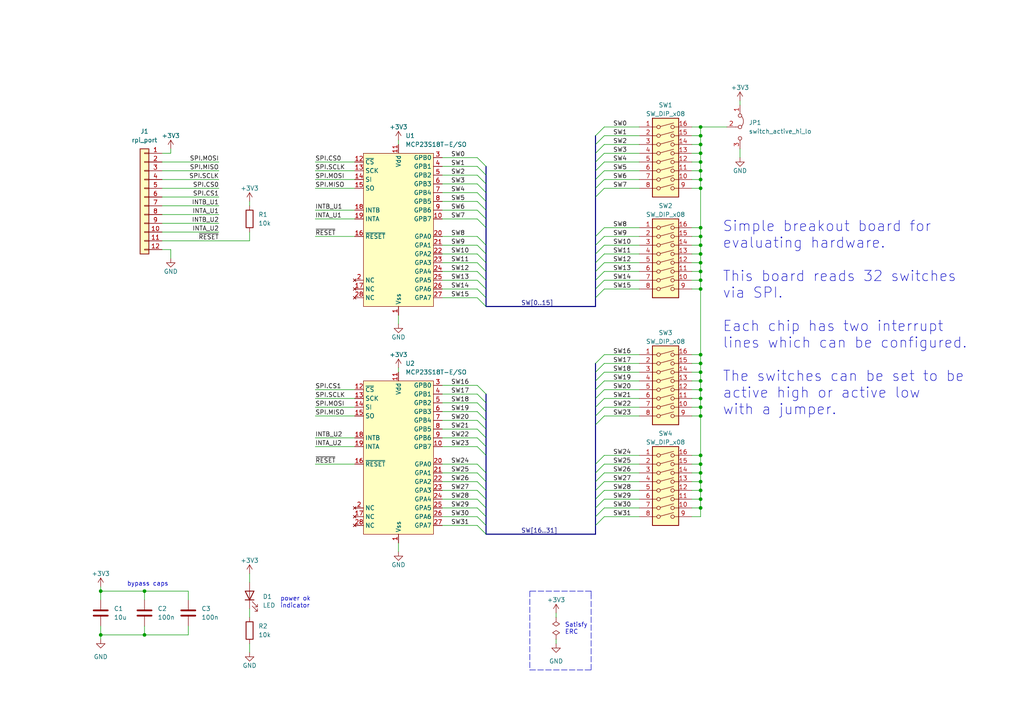
<source format=kicad_sch>
(kicad_sch (version 20211123) (generator eeschema)
  (paper "A4")
  (title_block (title "Switch Mux Breakout Board") (date "2022-01-21") (rev "0") (comment 2 "SPI switch mux") (comment 3 "Breakout board for prototyping functionality") (comment 4 "Drawn by: Jordan Aceto"))
  (lib_symbols
    (symbol "Connector_Generic:Conn_01x12" (pin_names (offset 1.016) hide)
      (property "Reference" "J" (at 0 15.24 0))
      (property "Value" "Conn_01x12" (at 0 -17.78 0))
      (symbol "Conn_01x12_1_1"
        (rectangle (start -1.27 -15.113) (end 0 -15.367) (stroke (width 0.1524)))
        (rectangle (start -1.27 -12.573) (end 0 -12.827) (stroke (width 0.1524)))
        (rectangle (start -1.27 -10.033) (end 0 -10.287) (stroke (width 0.1524)))
        (rectangle (start -1.27 -7.493) (end 0 -7.747) (stroke (width 0.1524)))
        (rectangle (start -1.27 -4.953) (end 0 -5.207) (stroke (width 0.1524)))
        (rectangle (start -1.27 -2.413) (end 0 -2.667) (stroke (width 0.1524)))
        (rectangle (start -1.27 0.127) (end 0 -0.127) (stroke (width 0.1524)))
        (rectangle (start -1.27 2.667) (end 0 2.413) (stroke (width 0.1524)))
        (rectangle (start -1.27 5.207) (end 0 4.953) (stroke (width 0.1524)))
        (rectangle (start -1.27 7.747) (end 0 7.493) (stroke (width 0.1524)))
        (rectangle (start -1.27 10.287) (end 0 10.033) (stroke (width 0.1524)))
        (rectangle (start -1.27 12.827) (end 0 12.573) (stroke (width 0.1524)))
        (rectangle (start -1.27 13.97) (end 1.27 -16.51) (stroke (width 0.254)) (fill (type background)))
        (pin passive line (at -5.08 12.7 0) (length 3.81) (name "Pin_1") (number "1"))
        (pin passive line (at -5.08 -10.16 0) (length 3.81) (name "Pin_10") (number "10"))
        (pin passive line (at -5.08 -12.7 0) (length 3.81) (name "Pin_11") (number "11"))
        (pin passive line (at -5.08 -15.24 0) (length 3.81) (name "Pin_12") (number "12"))
        (pin passive line (at -5.08 10.16 0) (length 3.81) (name "Pin_2") (number "2"))
        (pin passive line (at -5.08 7.62 0) (length 3.81) (name "Pin_3") (number "3"))
        (pin passive line (at -5.08 5.08 0) (length 3.81) (name "Pin_4") (number "4"))
        (pin passive line (at -5.08 2.54 0) (length 3.81) (name "Pin_5") (number "5"))
        (pin passive line (at -5.08 0 0) (length 3.81) (name "Pin_6") (number "6"))
        (pin passive line (at -5.08 -2.54 0) (length 3.81) (name "Pin_7") (number "7"))
        (pin passive line (at -5.08 -5.08 0) (length 3.81) (name "Pin_8") (number "8"))
        (pin passive line (at -5.08 -7.62 0) (length 3.81) (name "Pin_9") (number "9"))
      )
    )
    (symbol "Device:C" (pin_numbers hide) (pin_names (offset 0.254))
      (property "Reference" "C" (at 0.635 2.54 0))
      (property "Value" "C" (at 0.635 -2.54 0))
      (symbol "C_0_1"
        (polyline (pts (xy -2.032 -0.762) (xy 2.032 -0.762)) (stroke (width 0.508)))
        (polyline (pts (xy -2.032 0.762) (xy 2.032 0.762)) (stroke (width 0.508)))
      )
      (symbol "C_1_1"
        (pin passive line (at 0 3.81 270) (length 2.794) (name "~") (number "1"))
        (pin passive line (at 0 -3.81 90) (length 2.794) (name "~") (number "2"))
      )
    )
    (symbol "Device:LED" (pin_numbers hide) (pin_names (offset 1.016) hide)
      (property "Reference" "D" (at 0 2.54 0))
      (property "Value" "LED" (at 0 -2.54 0))
      (symbol "LED_0_1"
        (polyline (pts (xy -1.27 -1.27) (xy -1.27 1.27)) (stroke (width 0.254)))
        (polyline (pts (xy -1.27 0) (xy 1.27 0)))
        (polyline (pts (xy 1.27 -1.27) (xy 1.27 1.27) (xy -1.27 0) (xy 1.27 -1.27)) (stroke (width 0.254)))
        (polyline (pts (xy -3.048 -0.762) (xy -4.572 -2.286) (xy -3.81 -2.286) (xy -4.572 -2.286) (xy -4.572 -1.524)))
        (polyline (pts (xy -1.778 -0.762) (xy -3.302 -2.286) (xy -2.54 -2.286) (xy -3.302 -2.286) (xy -3.302 -1.524)))
      )
      (symbol "LED_1_1"
        (pin passive line (at -3.81 0 0) (length 2.54) (name "K") (number "1"))
        (pin passive line (at 3.81 0 180) (length 2.54) (name "A") (number "2"))
      )
    )
    (symbol "Device:R" (pin_numbers hide) (pin_names (offset 0))
      (property "Reference" "R" (at 2.032 0 90))
      (property "Value" "R" (at 0 0 90))
      (symbol "R_0_1"
        (rectangle (start -1.016 -2.54) (end 1.016 2.54) (stroke (width 0.254)))
      )
      (symbol "R_1_1"
        (pin passive line (at 0 3.81 270) (length 1.27) (name "~") (number "1"))
        (pin passive line (at 0 -3.81 90) (length 1.27) (name "~") (number "2"))
      )
    )
    (symbol "Jumper:Jumper_3_Bridged12" (pin_names (offset 0) hide)
      (property "Reference" "JP" (at -2.54 -2.54 0))
      (property "Value" "Jumper_3_Bridged12" (at 0 2.794 0))
      (symbol "Jumper_3_Bridged12_0_0"
        (circle (center -3.302 0) (radius 0.508))
        (circle (center 0 0) (radius 0.508))
        (circle (center 3.302 0) (radius 0.508))
      )
      (symbol "Jumper_3_Bridged12_0_1"
        (arc (start -0.254 0.508) (mid -1.651 0.9912) (end -3.048 0.508))
        (polyline (pts (xy 0 -1.27) (xy 0 -0.508)))
      )
      (symbol "Jumper_3_Bridged12_1_1"
        (pin passive line (at -6.35 0 0) (length 2.54) (name "A") (number "1"))
        (pin input line (at 0 -3.81 90) (length 2.54) (name "C") (number "2"))
        (pin passive line (at 6.35 0 180) (length 2.54) (name "B") (number "3"))
      )
    )
    (symbol "Switch:SW_DIP_x08" (pin_names (offset 0) hide)
      (property "Reference" "SW" (at 0 13.97 0))
      (property "Value" "SW_DIP_x08" (at 0 -11.43 0))
      (symbol "SW_DIP_x08_0_0"
        (circle (center -2.032 -7.62) (radius 0.508))
        (circle (center -2.032 -5.08) (radius 0.508))
        (circle (center -2.032 -2.54) (radius 0.508))
        (circle (center -2.032 0) (radius 0.508))
        (circle (center -2.032 2.54) (radius 0.508))
        (circle (center -2.032 5.08) (radius 0.508))
        (circle (center -2.032 7.62) (radius 0.508))
        (circle (center -2.032 10.16) (radius 0.508))
        (polyline (pts (xy -1.524 -7.4676) (xy 2.3622 -6.4262)))
        (polyline (pts (xy -1.524 -4.9276) (xy 2.3622 -3.8862)))
        (polyline (pts (xy -1.524 -2.3876) (xy 2.3622 -1.3462)))
        (polyline (pts (xy -1.524 0.127) (xy 2.3622 1.1684)))
        (polyline (pts (xy -1.524 2.667) (xy 2.3622 3.7084)))
        (polyline (pts (xy -1.524 5.207) (xy 2.3622 6.2484)))
        (polyline (pts (xy -1.524 7.747) (xy 2.3622 8.7884)))
        (polyline (pts (xy -1.524 10.287) (xy 2.3622 11.3284)))
        (circle (center 2.032 -7.62) (radius 0.508))
        (circle (center 2.032 -5.08) (radius 0.508))
        (circle (center 2.032 -2.54) (radius 0.508))
        (circle (center 2.032 0) (radius 0.508))
        (circle (center 2.032 2.54) (radius 0.508))
        (circle (center 2.032 5.08) (radius 0.508))
        (circle (center 2.032 7.62) (radius 0.508))
        (circle (center 2.032 10.16) (radius 0.508))
      )
      (symbol "SW_DIP_x08_0_1"
        (rectangle (start -3.81 12.7) (end 3.81 -10.16) (stroke (width 0.254)) (fill (type background)))
      )
      (symbol "SW_DIP_x08_1_1"
        (pin passive line (at -7.62 10.16 0) (length 5.08) (name "~") (number "1"))
        (pin passive line (at 7.62 -5.08 180) (length 5.08) (name "~") (number "10"))
        (pin passive line (at 7.62 -2.54 180) (length 5.08) (name "~") (number "11"))
        (pin passive line (at 7.62 0 180) (length 5.08) (name "~") (number "12"))
        (pin passive line (at 7.62 2.54 180) (length 5.08) (name "~") (number "13"))
        (pin passive line (at 7.62 5.08 180) (length 5.08) (name "~") (number "14"))
        (pin passive line (at 7.62 7.62 180) (length 5.08) (name "~") (number "15"))
        (pin passive line (at 7.62 10.16 180) (length 5.08) (name "~") (number "16"))
        (pin passive line (at -7.62 7.62 0) (length 5.08) (name "~") (number "2"))
        (pin passive line (at -7.62 5.08 0) (length 5.08) (name "~") (number "3"))
        (pin passive line (at -7.62 2.54 0) (length 5.08) (name "~") (number "4"))
        (pin passive line (at -7.62 0 0) (length 5.08) (name "~") (number "5"))
        (pin passive line (at -7.62 -2.54 0) (length 5.08) (name "~") (number "6"))
        (pin passive line (at -7.62 -5.08 0) (length 5.08) (name "~") (number "7"))
        (pin passive line (at -7.62 -7.62 0) (length 5.08) (name "~") (number "8"))
        (pin passive line (at 7.62 -7.62 180) (length 5.08) (name "~") (number "9"))
      )
    )
    (symbol "custom_symbols:MCP23S18T-E{slash}SO"
      (property "Reference" "U" (at 10.16 24.13 0))
      (property "Value" "MCP23S18T-E{slash}SO" (at 11.43 21.59 0))
      (symbol "MCP23S18T-E{slash}SO_0_1"
        (rectangle (start -10.16 19.05) (end 10.16 -25.4) (fill (type background)))
      )
      (symbol "MCP23S18T-E{slash}SO_1_1"
        (pin power_in line (at 0 -27.94 90) (length 2.54) (name "Vss") (number "1"))
        (pin bidirectional line (at 12.7 0 180) (length 2.54) (name "GPB7") (number "10"))
        (pin power_in line (at 0 21.59 270) (length 2.54) (name "Vdd") (number "11"))
        (pin input line (at -12.7 16.51 0) (length 2.54) (name "~{CS}") (number "12"))
        (pin input line (at -12.7 13.97 0) (length 2.54) (name "SCK") (number "13"))
        (pin input line (at -12.7 11.43 0) (length 2.54) (name "SI") (number "14"))
        (pin output line (at -12.7 8.89 0) (length 2.54) (name "SO") (number "15"))
        (pin input line (at -12.7 -5.08 0) (length 2.54) (name "~{RESET}") (number "16"))
        (pin no_connect line (at -12.7 -20.32 0) (length 2.54) (name "NC") (number "17"))
        (pin output line (at -12.7 2.54 0) (length 2.54) (name "INTB") (number "18"))
        (pin output line (at -12.7 0 0) (length 2.54) (name "INTA") (number "19"))
        (pin no_connect line (at -12.7 -17.78 0) (length 2.54) (name "NC") (number "2"))
        (pin bidirectional line (at 12.7 -5.08 180) (length 2.54) (name "GPA0") (number "20"))
        (pin bidirectional line (at 12.7 -7.62 180) (length 2.54) (name "GPA1") (number "21"))
        (pin bidirectional line (at 12.7 -10.16 180) (length 2.54) (name "GPA2") (number "22"))
        (pin bidirectional line (at 12.7 -12.7 180) (length 2.54) (name "GPA3") (number "23"))
        (pin bidirectional line (at 12.7 -15.24 180) (length 2.54) (name "GPA4") (number "24"))
        (pin bidirectional line (at 12.7 -17.78 180) (length 2.54) (name "GPA5") (number "25"))
        (pin bidirectional line (at 12.7 -20.32 180) (length 2.54) (name "GPA6") (number "26"))
        (pin bidirectional line (at 12.7 -22.86 180) (length 2.54) (name "GPA7") (number "27"))
        (pin no_connect line (at -12.7 -22.86 0) (length 2.54) (name "NC") (number "28"))
        (pin bidirectional line (at 12.7 17.78 180) (length 2.54) (name "GPB0") (number "3"))
        (pin bidirectional line (at 12.7 15.24 180) (length 2.54) (name "GPB1") (number "4"))
        (pin bidirectional line (at 12.7 12.7 180) (length 2.54) (name "GPB2") (number "5"))
        (pin bidirectional line (at 12.7 10.16 180) (length 2.54) (name "GPB3") (number "6"))
        (pin bidirectional line (at 12.7 7.62 180) (length 2.54) (name "GPB4") (number "7"))
        (pin bidirectional line (at 12.7 5.08 180) (length 2.54) (name "GPB5") (number "8"))
        (pin bidirectional line (at 12.7 2.54 180) (length 2.54) (name "GPB6") (number "9"))
      )
    )
    (symbol "power:+3.3V" (power) (pin_names (offset 0))
      (property "Value" "+3.3V" (at 0 3.556 0))
      (symbol "+3.3V_0_1"
        (polyline (pts (xy -0.762 1.27) (xy 0 2.54)))
        (polyline (pts (xy 0 0) (xy 0 2.54)))
        (polyline (pts (xy 0 2.54) (xy 0.762 1.27)))
      )
      (symbol "+3.3V_1_1"
        (pin power_in line (at 0 0 90) (length 0) hide (name "+3V3") (number "1"))
      )
    )
    (symbol "power:GND" (power) (pin_names (offset 0))
      (property "Value" "GND" (at 0 -3.81 0))
      (symbol "GND_0_1"
        (polyline (pts (xy 0 0) (xy 0 -1.27) (xy 1.27 -1.27) (xy 0 -2.54) (xy -1.27 -1.27) (xy 0 -1.27)))
      )
      (symbol "GND_1_1"
        (pin power_in line (at 0 0 270) (length 0) hide (name "GND") (number "1"))
      )
    )
    (symbol "power:PWR_FLAG" (power) (pin_numbers hide) (pin_names (offset 0) hide)
      (property "Value" "PWR_FLAG" (at 0 3.81 0))
      (symbol "PWR_FLAG_0_0"
        (pin power_out line (at 0 0 90) (length 0) (name "pwr") (number "1"))
      )
      (symbol "PWR_FLAG_0_1"
        (polyline (pts (xy 0 0) (xy 0 1.27) (xy -1.016 1.905) (xy 0 2.54) (xy 1.016 1.905) (xy 0 1.27)))
      )
    )
  )
  (bus_alias "SPI" (members "MOSI" "MISO" "SCLK" "CS0" "CS1" "CS2"))
  (junction (at 203.2 68.58))
  (junction (at 203.2 113.03))
  (junction (at 29.21 171.45))
  (junction (at 203.2 54.61))
  (junction (at 203.2 142.24))
  (junction (at 203.2 137.16))
  (junction (at 203.2 147.32))
  (junction (at 203.2 120.65))
  (junction (at 203.2 132.08))
  (junction (at 203.2 134.62))
  (junction (at 203.2 83.82))
  (junction (at 203.2 102.87))
  (junction (at 203.2 36.83))
  (junction (at 203.2 110.49))
  (junction (at 203.2 71.12))
  (junction (at 41.91 171.45))
  (junction (at 203.2 46.99))
  (junction (at 203.2 49.53))
  (junction (at 203.2 107.95))
  (junction (at 203.2 76.2))
  (junction (at 203.2 144.78))
  (junction (at 203.2 115.57))
  (junction (at 203.2 139.7))
  (junction (at 203.2 52.07))
  (junction (at 203.2 41.91))
  (junction (at 29.21 184.15))
  (junction (at 203.2 81.28))
  (junction (at 203.2 73.66))
  (junction (at 203.2 105.41))
  (junction (at 41.91 184.15))
  (junction (at 203.2 44.45))
  (junction (at 203.2 118.11))
  (junction (at 203.2 66.04))
  (junction (at 203.2 78.74))
  (junction (at 203.2 39.37))
  (bus_entry (at 140.97 119.38) (size -2.54 -2.54))
  (bus_entry (at 140.97 66.04) (size -2.54 -2.54))
  (bus_entry (at 140.97 132.08) (size -2.54 -2.54))
  (bus_entry (at 172.72 49.53) (size 2.54 -2.54))
  (bus_entry (at 138.43 81.28) (size 2.54 2.54))
  (bus_entry (at 140.97 149.86) (size -2.54 -2.54))
  (bus_entry (at 140.97 71.12) (size -2.54 -2.54))
  (bus_entry (at 172.72 68.58) (size 2.54 -2.54))
  (bus_entry (at 172.72 83.82) (size 2.54 -2.54))
  (bus_entry (at 140.97 73.66) (size -2.54 -2.54))
  (bus_entry (at 172.72 54.61) (size 2.54 -2.54))
  (bus_entry (at 172.72 73.66) (size 2.54 -2.54))
  (bus_entry (at 172.72 71.12) (size 2.54 -2.54))
  (bus_entry (at 140.97 55.88) (size -2.54 -2.54))
  (bus_entry (at 140.97 58.42) (size -2.54 -2.54))
  (bus_entry (at 140.97 154.94) (size -2.54 -2.54))
  (bus_entry (at 140.97 50.8) (size -2.54 -2.54))
  (bus_entry (at 140.97 116.84) (size -2.54 -2.54))
  (bus_entry (at 172.72 78.74) (size 2.54 -2.54))
  (bus_entry (at 140.97 81.28) (size -2.54 -2.54))
  (bus_entry (at 140.97 137.16) (size -2.54 -2.54))
  (bus_entry (at 172.72 57.15) (size 2.54 -2.54))
  (bus_entry (at 140.97 114.3) (size -2.54 -2.54))
  (bus_entry (at 172.72 44.45) (size 2.54 -2.54))
  (bus_entry (at 140.97 76.2) (size -2.54 -2.54))
  (bus_entry (at 140.97 124.46) (size -2.54 -2.54))
  (bus_entry (at 140.97 152.4) (size -2.54 -2.54))
  (bus_entry (at 140.97 127) (size -2.54 -2.54))
  (bus_entry (at 140.97 78.74) (size -2.54 -2.54))
  (bus_entry (at 140.97 147.32) (size -2.54 -2.54))
  (bus_entry (at 140.97 86.36) (size -2.54 -2.54))
  (bus_entry (at 140.97 139.7) (size -2.54 -2.54))
  (bus_entry (at 172.72 52.07) (size 2.54 -2.54))
  (bus_entry (at 140.97 60.96) (size -2.54 -2.54))
  (bus_entry (at 172.72 39.37) (size 2.54 -2.54))
  (bus_entry (at 172.72 105.41) (size 2.54 -2.54))
  (bus_entry (at 172.72 110.49) (size 2.54 -2.54))
  (bus_entry (at 172.72 107.95) (size 2.54 -2.54))
  (bus_entry (at 172.72 115.57) (size 2.54 -2.54))
  (bus_entry (at 172.72 144.78) (size 2.54 -2.54))
  (bus_entry (at 172.72 147.32) (size 2.54 -2.54))
  (bus_entry (at 172.72 152.4) (size 2.54 -2.54))
  (bus_entry (at 172.72 149.86) (size 2.54 -2.54))
  (bus_entry (at 172.72 118.11) (size 2.54 -2.54))
  (bus_entry (at 172.72 120.65) (size 2.54 -2.54))
  (bus_entry (at 172.72 134.62) (size 2.54 -2.54))
  (bus_entry (at 172.72 123.19) (size 2.54 -2.54))
  (bus_entry (at 172.72 113.03) (size 2.54 -2.54))
  (bus_entry (at 172.72 142.24) (size 2.54 -2.54))
  (bus_entry (at 172.72 139.7) (size 2.54 -2.54))
  (bus_entry (at 172.72 137.16) (size 2.54 -2.54))
  (bus_entry (at 172.72 76.2) (size 2.54 -2.54))
  (bus_entry (at 140.97 129.54) (size -2.54 -2.54))
  (bus_entry (at 172.72 41.91) (size 2.54 -2.54))
  (bus_entry (at 140.97 88.9) (size -2.54 -2.54))
  (bus_entry (at 172.72 46.99) (size 2.54 -2.54))
  (bus_entry (at 172.72 86.36) (size 2.54 -2.54))
  (bus_entry (at 140.97 142.24) (size -2.54 -2.54))
  (bus_entry (at 140.97 48.26) (size -2.54 -2.54))
  (bus_entry (at 138.43 50.8) (size 2.54 2.54))
  (bus_entry (at 140.97 121.92) (size -2.54 -2.54))
  (bus_entry (at 140.97 144.78) (size -2.54 -2.54))
  (bus_entry (at 140.97 63.5) (size -2.54 -2.54))
  (bus_entry (at 172.72 81.28) (size 2.54 -2.54))
  (wire (pts (xy 175.26 68.58) (xy 185.42 68.58)))
  (wire (pts (xy 203.2 54.61) (xy 200.66 54.61)))
  (wire (pts (xy 91.44 129.54) (xy 102.87 129.54)))
  (bus (pts (xy 140.97 119.38) (xy 140.97 121.92)))
  (wire (pts (xy 200.66 76.2) (xy 203.2 76.2)))
  (bus (pts (xy 140.97 144.78) (xy 140.97 147.32)))
  (wire (pts (xy 138.43 119.38) (xy 128.27 119.38)))
  (wire (pts (xy 175.26 39.37) (xy 185.42 39.37)))
  (wire (pts (xy 185.42 120.65) (xy 175.26 120.65)))
  (wire (pts (xy 200.66 52.07) (xy 203.2 52.07)))
  (wire (pts (xy 161.29 186.69) (xy 161.29 185.42)))
  (polyline (pts (xy 171.45 194.31) (xy 171.45 172.72)))
  (wire (pts (xy 200.66 71.12) (xy 203.2 71.12)))
  (wire (pts (xy 138.43 129.54) (xy 128.27 129.54)))
  (bus (pts (xy 172.72 57.15) (xy 172.72 68.58)))
  (bus (pts (xy 140.97 60.96) (xy 140.97 63.5)))
  (wire (pts (xy 203.2 46.99) (xy 203.2 49.53)))
  (bus (pts (xy 172.72 78.74) (xy 172.72 81.28)))
  (wire (pts (xy 128.27 53.34) (xy 138.43 53.34)))
  (bus (pts (xy 140.97 76.2) (xy 140.97 78.74)))
  (bus (pts (xy 140.97 129.54) (xy 140.97 132.08)))
  (wire (pts (xy 200.66 134.62) (xy 203.2 134.62)))
  (wire (pts (xy 29.21 171.45) (xy 41.91 171.45)))
  (wire (pts (xy 185.42 149.86) (xy 175.26 149.86)))
  (wire (pts (xy 203.2 66.04) (xy 203.2 68.58)))
  (wire (pts (xy 49.53 43.18) (xy 49.53 44.45)))
  (wire (pts (xy 138.43 127) (xy 128.27 127)))
  (wire (pts (xy 203.2 36.83) (xy 210.82 36.83)))
  (wire (pts (xy 200.66 39.37) (xy 203.2 39.37)))
  (bus (pts (xy 140.97 149.86) (xy 140.97 152.4)))
  (wire (pts (xy 54.61 171.45) (xy 54.61 173.99)))
  (bus (pts (xy 140.97 88.9) (xy 172.72 88.9)))
  (bus (pts (xy 172.72 120.65) (xy 172.72 123.19)))
  (wire (pts (xy 175.26 71.12) (xy 185.42 71.12)))
  (wire (pts (xy 203.2 142.24) (xy 203.2 144.78)))
  (wire (pts (xy 175.26 44.45) (xy 185.42 44.45)))
  (wire (pts (xy 29.21 184.15) (xy 29.21 181.61)))
  (bus (pts (xy 140.97 86.36) (xy 140.97 88.9)))
  (wire (pts (xy 46.99 62.23) (xy 63.5 62.23)))
  (bus (pts (xy 172.72 54.61) (xy 172.72 57.15)))
  (wire (pts (xy 49.53 72.39) (xy 49.53 74.93)))
  (bus (pts (xy 140.97 71.12) (xy 140.97 73.66)))
  (wire (pts (xy 203.2 147.32) (xy 203.2 149.86)))
  (wire (pts (xy 200.66 102.87) (xy 203.2 102.87)))
  (wire (pts (xy 54.61 181.61) (xy 54.61 184.15)))
  (wire (pts (xy 175.26 83.82) (xy 185.42 83.82)))
  (wire (pts (xy 29.21 173.99) (xy 29.21 171.45)))
  (bus (pts (xy 172.72 142.24) (xy 172.72 144.78)))
  (bus (pts (xy 172.72 152.4) (xy 172.72 154.94)))
  (wire (pts (xy 91.44 49.53) (xy 102.87 49.53)))
  (wire (pts (xy 203.2 81.28) (xy 203.2 83.82)))
  (wire (pts (xy 175.26 54.61) (xy 185.42 54.61)))
  (wire (pts (xy 46.99 57.15) (xy 63.5 57.15)))
  (wire (pts (xy 46.99 59.69) (xy 63.5 59.69)))
  (wire (pts (xy 72.39 186.69) (xy 72.39 189.23)))
  (wire (pts (xy 91.44 113.03) (xy 102.87 113.03)))
  (wire (pts (xy 72.39 67.31) (xy 72.39 69.85)))
  (wire (pts (xy 46.99 64.77) (xy 63.5 64.77)))
  (bus (pts (xy 172.72 147.32) (xy 172.72 149.86)))
  (bus (pts (xy 172.72 139.7) (xy 172.72 142.24)))
  (bus (pts (xy 140.97 48.26) (xy 140.97 50.8)))
  (polyline (pts (xy 153.67 194.31) (xy 171.45 194.31)))
  (wire (pts (xy 138.43 134.62) (xy 128.27 134.62)))
  (bus (pts (xy 172.72 76.2) (xy 172.72 78.74)))
  (wire (pts (xy 175.26 73.66) (xy 185.42 73.66)))
  (bus (pts (xy 140.97 132.08) (xy 140.97 137.16)))
  (wire (pts (xy 128.27 58.42) (xy 138.43 58.42)))
  (wire (pts (xy 203.2 134.62) (xy 203.2 137.16)))
  (bus (pts (xy 140.97 121.92) (xy 140.97 124.46)))
  (wire (pts (xy 200.66 44.45) (xy 203.2 44.45)))
  (wire (pts (xy 200.66 73.66) (xy 203.2 73.66)))
  (wire (pts (xy 138.43 137.16) (xy 128.27 137.16)))
  (wire (pts (xy 200.66 118.11) (xy 203.2 118.11)))
  (wire (pts (xy 128.27 48.26) (xy 138.43 48.26)))
  (bus (pts (xy 172.72 73.66) (xy 172.72 76.2)))
  (wire (pts (xy 203.2 144.78) (xy 203.2 147.32)))
  (wire (pts (xy 200.66 78.74) (xy 203.2 78.74)))
  (bus (pts (xy 140.97 53.34) (xy 140.97 55.88)))
  (wire (pts (xy 200.66 36.83) (xy 203.2 36.83)))
  (bus (pts (xy 140.97 78.74) (xy 140.97 81.28)))
  (wire (pts (xy 175.26 41.91) (xy 185.42 41.91)))
  (wire (pts (xy 46.99 67.31) (xy 63.5 67.31)))
  (wire (pts (xy 175.26 46.99) (xy 185.42 46.99)))
  (wire (pts (xy 115.57 157.48) (xy 115.57 160.02)))
  (bus (pts (xy 172.72 68.58) (xy 172.72 71.12)))
  (wire (pts (xy 46.99 44.45) (xy 49.53 44.45)))
  (wire (pts (xy 46.99 49.53) (xy 63.5 49.53)))
  (wire (pts (xy 91.44 120.65) (xy 102.87 120.65)))
  (wire (pts (xy 91.44 63.5) (xy 102.87 63.5)))
  (bus (pts (xy 172.72 137.16) (xy 172.72 139.7)))
  (wire (pts (xy 72.39 176.53) (xy 72.39 179.07)))
  (wire (pts (xy 72.39 166.37) (xy 72.39 168.91)))
  (bus (pts (xy 172.72 46.99) (xy 172.72 49.53)))
  (wire (pts (xy 203.2 49.53) (xy 203.2 52.07)))
  (wire (pts (xy 115.57 40.64) (xy 115.57 41.91)))
  (wire (pts (xy 72.39 58.42) (xy 72.39 59.69)))
  (wire (pts (xy 185.42 132.08) (xy 175.26 132.08)))
  (wire (pts (xy 138.43 121.92) (xy 128.27 121.92)))
  (wire (pts (xy 175.26 36.83) (xy 185.42 36.83)))
  (wire (pts (xy 203.2 149.86) (xy 200.66 149.86)))
  (bus (pts (xy 140.97 83.82) (xy 140.97 86.36)))
  (wire (pts (xy 203.2 105.41) (xy 203.2 107.95)))
  (wire (pts (xy 200.66 137.16) (xy 203.2 137.16)))
  (wire (pts (xy 128.27 78.74) (xy 138.43 78.74)))
  (polyline (pts (xy 153.67 171.45) (xy 153.67 194.31)))
  (wire (pts (xy 175.26 49.53) (xy 185.42 49.53)))
  (wire (pts (xy 200.66 81.28) (xy 203.2 81.28)))
  (wire (pts (xy 203.2 71.12) (xy 203.2 73.66)))
  (wire (pts (xy 203.2 78.74) (xy 203.2 81.28)))
  (wire (pts (xy 214.63 43.18) (xy 214.63 45.72)))
  (bus (pts (xy 172.72 107.95) (xy 172.72 110.49)))
  (bus (pts (xy 172.72 115.57) (xy 172.72 118.11)))
  (wire (pts (xy 41.91 171.45) (xy 41.91 173.99)))
  (bus (pts (xy 140.97 66.04) (xy 140.97 71.12)))
  (wire (pts (xy 41.91 181.61) (xy 41.91 184.15)))
  (wire (pts (xy 203.2 139.7) (xy 203.2 142.24)))
  (wire (pts (xy 203.2 54.61) (xy 203.2 66.04)))
  (polyline (pts (xy 171.45 171.45) (xy 153.67 171.45)))
  (wire (pts (xy 115.57 91.44) (xy 115.57 93.98)))
  (wire (pts (xy 161.29 177.8) (xy 161.29 179.07)))
  (wire (pts (xy 203.2 102.87) (xy 203.2 105.41)))
  (wire (pts (xy 200.66 144.78) (xy 203.2 144.78)))
  (wire (pts (xy 91.44 127) (xy 102.87 127)))
  (wire (pts (xy 91.44 46.99) (xy 102.87 46.99)))
  (bus (pts (xy 172.72 52.07) (xy 172.72 54.61)))
  (polyline (pts (xy 171.45 171.45) (xy 171.45 172.72)))
  (wire (pts (xy 200.66 110.49) (xy 203.2 110.49)))
  (wire (pts (xy 185.42 105.41) (xy 175.26 105.41)))
  (wire (pts (xy 200.66 147.32) (xy 203.2 147.32)))
  (bus (pts (xy 172.72 118.11) (xy 172.72 120.65)))
  (wire (pts (xy 200.66 107.95) (xy 203.2 107.95)))
  (wire (pts (xy 91.44 60.96) (xy 102.87 60.96)))
  (wire (pts (xy 203.2 36.83) (xy 203.2 39.37)))
  (wire (pts (xy 41.91 184.15) (xy 29.21 184.15)))
  (bus (pts (xy 172.72 86.36) (xy 172.72 88.9)))
  (wire (pts (xy 128.27 71.12) (xy 138.43 71.12)))
  (wire (pts (xy 200.66 41.91) (xy 203.2 41.91)))
  (bus (pts (xy 172.72 81.28) (xy 172.72 83.82)))
  (bus (pts (xy 172.72 113.03) (xy 172.72 115.57)))
  (wire (pts (xy 185.42 142.24) (xy 175.26 142.24)))
  (wire (pts (xy 185.42 137.16) (xy 175.26 137.16)))
  (wire (pts (xy 138.43 142.24) (xy 128.27 142.24)))
  (bus (pts (xy 140.97 142.24) (xy 140.97 144.78)))
  (bus (pts (xy 140.97 147.32) (xy 140.97 149.86)))
  (wire (pts (xy 203.2 39.37) (xy 203.2 41.91)))
  (wire (pts (xy 203.2 73.66) (xy 203.2 76.2)))
  (wire (pts (xy 128.27 68.58) (xy 138.43 68.58)))
  (bus (pts (xy 172.72 71.12) (xy 172.72 73.66)))
  (wire (pts (xy 175.26 81.28) (xy 185.42 81.28)))
  (wire (pts (xy 54.61 184.15) (xy 41.91 184.15)))
  (wire (pts (xy 128.27 73.66) (xy 138.43 73.66)))
  (bus (pts (xy 172.72 44.45) (xy 172.72 46.99)))
  (wire (pts (xy 200.66 142.24) (xy 203.2 142.24)))
  (wire (pts (xy 91.44 52.07) (xy 102.87 52.07)))
  (wire (pts (xy 46.99 54.61) (xy 63.5 54.61)))
  (bus (pts (xy 140.97 124.46) (xy 140.97 127)))
  (wire (pts (xy 185.42 147.32) (xy 175.26 147.32)))
  (bus (pts (xy 140.97 114.3) (xy 140.97 116.84)))
  (bus (pts (xy 172.72 149.86) (xy 172.72 152.4)))
  (bus (pts (xy 140.97 127) (xy 140.97 129.54)))
  (wire (pts (xy 138.43 147.32) (xy 128.27 147.32)))
  (wire (pts (xy 46.99 52.07) (xy 63.5 52.07)))
  (wire (pts (xy 138.43 152.4) (xy 128.27 152.4)))
  (wire (pts (xy 203.2 107.95) (xy 203.2 110.49)))
  (wire (pts (xy 91.44 134.62) (xy 102.87 134.62)))
  (wire (pts (xy 185.42 118.11) (xy 175.26 118.11)))
  (wire (pts (xy 185.42 102.87) (xy 175.26 102.87)))
  (wire (pts (xy 46.99 72.39) (xy 49.53 72.39)))
  (wire (pts (xy 214.63 29.21) (xy 214.63 30.48)))
  (wire (pts (xy 128.27 45.72) (xy 138.43 45.72)))
  (wire (pts (xy 175.26 78.74) (xy 185.42 78.74)))
  (wire (pts (xy 29.21 185.42) (xy 29.21 184.15)))
  (bus (pts (xy 172.72 134.62) (xy 172.72 137.16)))
  (bus (pts (xy 140.97 152.4) (xy 140.97 154.94)))
  (wire (pts (xy 91.44 115.57) (xy 102.87 115.57)))
  (wire (pts (xy 203.2 118.11) (xy 203.2 120.65)))
  (bus (pts (xy 172.72 105.41) (xy 172.72 107.95)))
  (bus (pts (xy 172.72 110.49) (xy 172.72 113.03)))
  (wire (pts (xy 128.27 86.36) (xy 138.43 86.36)))
  (wire (pts (xy 138.43 144.78) (xy 128.27 144.78)))
  (wire (pts (xy 115.57 106.68) (xy 115.57 107.95)))
  (bus (pts (xy 172.72 123.19) (xy 172.72 134.62)))
  (wire (pts (xy 203.2 68.58) (xy 203.2 71.12)))
  (wire (pts (xy 203.2 113.03) (xy 203.2 115.57)))
  (wire (pts (xy 185.42 107.95) (xy 175.26 107.95)))
  (bus (pts (xy 140.97 137.16) (xy 140.97 139.7)))
  (wire (pts (xy 128.27 60.96) (xy 138.43 60.96)))
  (wire (pts (xy 200.66 115.57) (xy 203.2 115.57)))
  (bus (pts (xy 140.97 55.88) (xy 140.97 58.42)))
  (wire (pts (xy 203.2 52.07) (xy 203.2 54.61)))
  (wire (pts (xy 46.99 69.85) (xy 72.39 69.85)))
  (bus (pts (xy 172.72 49.53) (xy 172.72 52.07)))
  (wire (pts (xy 200.66 113.03) (xy 203.2 113.03)))
  (wire (pts (xy 138.43 114.3) (xy 128.27 114.3)))
  (wire (pts (xy 200.66 105.41) (xy 203.2 105.41)))
  (wire (pts (xy 203.2 76.2) (xy 203.2 78.74)))
  (wire (pts (xy 29.21 170.18) (xy 29.21 171.45)))
  (wire (pts (xy 128.27 55.88) (xy 138.43 55.88)))
  (bus (pts (xy 172.72 144.78) (xy 172.72 147.32)))
  (wire (pts (xy 128.27 83.82) (xy 138.43 83.82)))
  (wire (pts (xy 203.2 120.65) (xy 203.2 132.08)))
  (bus (pts (xy 172.72 83.82) (xy 172.72 86.36)))
  (wire (pts (xy 203.2 41.91) (xy 203.2 44.45)))
  (wire (pts (xy 138.43 124.46) (xy 128.27 124.46)))
  (wire (pts (xy 185.42 144.78) (xy 175.26 144.78)))
  (wire (pts (xy 203.2 132.08) (xy 203.2 134.62)))
  (wire (pts (xy 185.42 134.62) (xy 175.26 134.62)))
  (wire (pts (xy 128.27 81.28) (xy 138.43 81.28)))
  (wire (pts (xy 203.2 83.82) (xy 203.2 102.87)))
  (wire (pts (xy 203.2 83.82) (xy 200.66 83.82)))
  (wire (pts (xy 203.2 137.16) (xy 203.2 139.7)))
  (wire (pts (xy 91.44 68.58) (xy 102.87 68.58)))
  (wire (pts (xy 200.66 46.99) (xy 203.2 46.99)))
  (wire (pts (xy 138.43 111.76) (xy 128.27 111.76)))
  (wire (pts (xy 200.66 132.08) (xy 203.2 132.08)))
  (bus (pts (xy 140.97 58.42) (xy 140.97 60.96)))
  (wire (pts (xy 175.26 66.04) (xy 185.42 66.04)))
  (bus (pts (xy 140.97 154.94) (xy 172.72 154.94)))
  (wire (pts (xy 185.42 113.03) (xy 175.26 113.03)))
  (bus (pts (xy 172.72 39.37) (xy 172.72 41.91)))
  (wire (pts (xy 203.2 110.49) (xy 203.2 113.03)))
  (wire (pts (xy 200.66 139.7) (xy 203.2 139.7)))
  (bus (pts (xy 140.97 50.8) (xy 140.97 53.34)))
  (wire (pts (xy 200.66 68.58) (xy 203.2 68.58)))
  (wire (pts (xy 138.43 139.7) (xy 128.27 139.7)))
  (wire (pts (xy 200.66 49.53) (xy 203.2 49.53)))
  (bus (pts (xy 140.97 73.66) (xy 140.97 76.2)))
  (bus (pts (xy 172.72 41.91) (xy 172.72 44.45)))
  (wire (pts (xy 185.42 115.57) (xy 175.26 115.57)))
  (wire (pts (xy 128.27 50.8) (xy 138.43 50.8)))
  (wire (pts (xy 128.27 76.2) (xy 138.43 76.2)))
  (wire (pts (xy 203.2 44.45) (xy 203.2 46.99)))
  (wire (pts (xy 138.43 149.86) (xy 128.27 149.86)))
  (bus (pts (xy 140.97 63.5) (xy 140.97 66.04)))
  (wire (pts (xy 91.44 54.61) (xy 102.87 54.61)))
  (wire (pts (xy 128.27 63.5) (xy 138.43 63.5)))
  (wire (pts (xy 175.26 76.2) (xy 185.42 76.2)))
  (wire (pts (xy 46.99 46.99) (xy 63.5 46.99)))
  (wire (pts (xy 138.43 116.84) (xy 128.27 116.84)))
  (wire (pts (xy 41.91 171.45) (xy 54.61 171.45)))
  (bus (pts (xy 140.97 139.7) (xy 140.97 142.24)))
  (wire (pts (xy 185.42 110.49) (xy 175.26 110.49)))
  (wire (pts (xy 203.2 115.57) (xy 203.2 118.11)))
  (wire (pts (xy 91.44 118.11) (xy 102.87 118.11)))
  (bus (pts (xy 140.97 81.28) (xy 140.97 83.82)))
  (bus (pts (xy 140.97 116.84) (xy 140.97 119.38)))
  (wire (pts (xy 200.66 66.04) (xy 203.2 66.04)))
  (wire (pts (xy 203.2 120.65) (xy 200.66 120.65)))
  (wire (pts (xy 185.42 139.7) (xy 175.26 139.7)))
  (wire (pts (xy 175.26 52.07) (xy 185.42 52.07)))
  (text "bypass caps" (at 36.83 170.18 0) (effects (font (size 1.27 1.27)) (justify left bottom)))
  (text "Simple breakout board for\nevaluating hardware.\n\nThis board reads 32 switches\nvia SPI.\n\nEach chip has two interrupt \nlines which can be configured.\n\nThe switches can be set to be\nactive high or active low \nwith a jumper." (at 209.55 120.65 0) (effects (font (size 3 3)) (justify left bottom)))
  (text "power ok\nindicator" (at 81.28 176.53 0) (effects (font (size 1.27 1.27)) (justify left bottom)))
  (text "Satisfy\nERC" (at 163.83 184.15 0) (effects (font (size 1.27 1.27)) (justify left bottom)))
  (label "SW18" (at 177.8 107.95 0))
  (label "SW4" (at 130.81 55.88 0))
  (label "SW31" (at 130.81 152.4 0))
  (label "SPI.MISO" (at 91.44 54.61 0))
  (label "SW8" (at 130.81 68.58 0))
  (label "SW31" (at 177.8 149.86 0))
  (label "SW21" (at 177.8 115.57 0))
  (label "INTB_U1" (at 63.5 59.69 180))
  (label "SW7" (at 177.8 54.61 0))
  (label "SW13" (at 177.8 78.74 0))
  (label "SW13" (at 130.81 81.28 0))
  (label "~{RESET}" (at 91.44 68.58 0))
  (label "SW0" (at 177.8 36.83 0))
  (label "SW5" (at 130.81 58.42 0))
  (label "SW30" (at 177.8 147.32 0))
  (label "SW1" (at 130.81 48.26 0))
  (label "SW26" (at 130.81 139.7 0))
  (label "SW17" (at 177.8 105.41 0))
  (label "SPI.SCLK" (at 91.44 115.57 0))
  (label "SW20" (at 130.81 121.92 0))
  (label "SPI.SCLK" (at 91.44 49.53 0))
  (label "SW28" (at 177.8 142.24 0))
  (label "SW15" (at 177.8 83.82 0))
  (label "SW24" (at 177.8 132.08 0))
  (label "SW26" (at 177.8 137.16 0))
  (label "SPI.CS1" (at 91.44 113.03 0))
  (label "INTA_U1" (at 91.44 63.5 0))
  (label "INTA_U2" (at 91.44 129.54 0))
  (label "INTB_U2" (at 63.5 64.77 180))
  (label "SPI.MOSI" (at 63.5 46.99 180))
  (label "SW4" (at 177.8 46.99 0))
  (label "SW5" (at 177.8 49.53 0))
  (label "INTA_U2" (at 63.5 67.31 180))
  (label "SW3" (at 177.8 44.45 0))
  (label "SW7" (at 130.81 63.5 0))
  (label "SW30" (at 130.81 149.86 0))
  (label "~{RESET}" (at 91.44 134.62 0))
  (label "SW27" (at 177.8 139.7 0))
  (label "SW6" (at 130.81 60.96 0))
  (label "SW10" (at 177.8 71.12 0))
  (label "SW19" (at 130.81 119.38 0))
  (label "SW2" (at 130.81 50.8 0))
  (label "SPI.MISO" (at 91.44 120.65 0))
  (label "SW2" (at 177.8 41.91 0))
  (label "SW16" (at 177.8 102.87 0))
  (label "SW11" (at 177.8 73.66 0))
  (label "SPI.MISO" (at 63.5 49.53 180))
  (label "SW23" (at 177.8 120.65 0))
  (label "SW22" (at 177.8 118.11 0))
  (label "SPI.SCLK" (at 63.5 52.07 180))
  (label "INTB_U2" (at 91.44 127 0))
  (label "SW15" (at 130.81 86.36 0))
  (label "SW18" (at 130.81 116.84 0))
  (label "SW24" (at 130.81 134.62 0))
  (label "SW25" (at 130.81 137.16 0))
  (label "SW25" (at 177.8 134.62 0))
  (label "SW8" (at 177.8 66.04 0))
  (label "SPI.MOSI" (at 91.44 118.11 0))
  (label "SW9" (at 177.8 68.58 0))
  (label "SW[0..15]" (at 151.13 88.9 0))
  (label "SW0" (at 130.81 45.72 0))
  (label "SPI.MOSI" (at 91.44 52.07 0))
  (label "SW12" (at 177.8 76.2 0))
  (label "SW16" (at 130.81 111.76 0))
  (label "SW12" (at 130.81 78.74 0))
  (label "SW6" (at 177.8 52.07 0))
  (label "SW17" (at 130.81 114.3 0))
  (label "SW11" (at 130.81 76.2 0))
  (label "SPI.CS1" (at 63.5 57.15 180))
  (label "SW23" (at 130.81 129.54 0))
  (label "SW21" (at 130.81 124.46 0))
  (label "SW9" (at 130.81 71.12 0))
  (label "SPI.CS0" (at 91.44 46.99 0))
  (label "SW[16..31]" (at 151.13 154.94 0))
  (label "SW3" (at 130.81 53.34 0))
  (label "SW28" (at 130.81 144.78 0))
  (label "SW20" (at 177.8 113.03 0))
  (label "SW10" (at 130.81 73.66 0))
  (label "SPI.CS0" (at 63.5 54.61 180))
  (label "SW19" (at 177.8 110.49 0))
  (label "SW27" (at 130.81 142.24 0))
  (label "SW29" (at 130.81 147.32 0))
  (label "SW1" (at 177.8 39.37 0))
  (label "SW14" (at 130.81 83.82 0))
  (label "SW29" (at 177.8 144.78 0))
  (label "SW22" (at 130.81 127 0))
  (label "~{RESET}" (at 63.5 69.85 180))
  (label "INTB_U1" (at 91.44 60.96 0))
  (label "SW14" (at 177.8 81.28 0))
  (label "INTA_U1" (at 63.5 62.23 180))
  (symbol (lib_id "power:+3.3V") (at 161.29 177.8 0) (unit 1)
    (property "Reference" "#PWR019" (effects hide))
    (property "Value" "+3.3V" (at 161.29 173.99 0))
  )
  (symbol (lib_id "power:GND") (at 115.57 160.02 0) (unit 1)
    (property "Reference" "#PWR011" (effects hide))
    (property "Value" "GND" (at 115.57 163.83 0))
  )
  (symbol (lib_id "power:PWR_FLAG") (at 161.29 185.42 0) (unit 1)
    (property "Reference" "#FLG02" (effects hide))
    (property "Value" "PWR_FLAG" (effects hide))
  )
  (symbol (lib_id "Device:C") (at 54.61 177.8 0) (unit 1)
    (property "Reference" "C3" (at 58.42 176.5299 0) (effects (justify left)))
    (property "Value" "100n" (at 58.42 179.0699 0) (effects (justify left)))
    (property "Footprint" "Capacitor_SMD:C_0805_2012Metric" (effects hide))
  )
  (symbol (lib_id "Device:C") (at 29.21 177.8 0) (unit 1)
    (property "Reference" "C1" (at 33.02 176.5299 0) (effects (justify left)))
    (property "Value" "10u" (at 33.02 179.0699 0) (effects (justify left)))
    (property "Footprint" "Capacitor_SMD:C_0805_2012Metric" (effects hide))
  )
  (symbol (lib_id "power:GND") (at 49.53 74.93 0) (unit 1)
    (property "Reference" "#PWR02" (effects hide))
    (property "Value" "GND" (at 49.53 78.74 0))
  )
  (symbol (lib_id "Switch:SW_DIP_x08") (at 193.04 46.99 0) (unit 1)
    (property "Reference" "SW1" (at 193.04 30.48 0))
    (property "Value" "SW_DIP_x08" (at 193.04 33.02 0))
    (property "Footprint" "Button_Switch_THT:SW_DIP_SPSTx08_Slide_9.78x22.5mm_W7.62mm_P2.54mm" (effects hide))
  )
  (symbol (lib_id "power:+3.3V") (at 29.21 170.18 0) (unit 1)
    (property "Reference" "#PWR03" (effects hide))
    (property "Value" "+3.3V" (at 29.21 166.37 0))
  )
  (symbol (lib_id "custom_symbols:MCP23S18T-E{slash}SO") (at 115.57 63.5 0) (unit 1)
    (property "Reference" "U1" (at 117.5894 39.37 0) (effects (justify left)))
    (property "Value" "MCP23S18T-E/SO" (at 117.5894 41.91 0) (effects (justify left)))
    (property "Footprint" "Package_SO:SOIC-28W_7.5x17.9mm_P1.27mm" (effects hide))
    (property "Datasheet" "https://ww1.microchip.com/downloads/en/DeviceDoc/22103a.pdf" (effects hide))
  )
  (symbol (lib_id "power:GND") (at 29.21 185.42 0) (unit 1)
    (property "Reference" "#PWR04" (effects hide))
    (property "Value" "GND" (at 29.21 190.5 0))
  )
  (symbol (lib_id "power:GND") (at 161.29 186.69 0) (unit 1)
    (property "Reference" "#PWR020" (effects hide))
    (property "Value" "GND" (at 161.29 191.77 0))
  )
  (symbol (lib_id "power:+3.3V") (at 72.39 166.37 0) (unit 1)
    (property "Reference" "#PWR05" (effects hide))
    (property "Value" "+3.3V" (at 72.39 162.56 0))
  )
  (symbol (lib_id "power:GND") (at 72.39 189.23 0) (unit 1)
    (property "Reference" "#PWR06" (effects hide))
    (property "Value" "GND" (at 72.39 193.04 0))
  )
  (symbol (lib_id "power:+3.3V") (at 214.63 29.21 0) (unit 1)
    (property "Reference" "#PWR012" (effects hide))
    (property "Value" "+3.3V" (at 214.63 25.4 0))
  )
  (symbol (lib_id "Switch:SW_DIP_x08") (at 193.04 113.03 0) (unit 1)
    (property "Reference" "SW3" (at 193.04 96.52 0))
    (property "Value" "SW_DIP_x08" (at 193.04 99.06 0))
    (property "Footprint" "Button_Switch_THT:SW_DIP_SPSTx08_Slide_9.78x22.5mm_W7.62mm_P2.54mm" (effects hide))
  )
  (symbol (lib_id "Device:R") (at 72.39 182.88 0) (unit 1)
    (property "Reference" "R2" (at 74.93 181.6099 0) (effects (justify left)))
    (property "Value" "10k" (at 74.93 184.1499 0) (effects (justify left)))
    (property "Footprint" "Resistor_SMD:R_0805_2012Metric" (effects hide))
  )
  (symbol (lib_id "Switch:SW_DIP_x08") (at 193.04 76.2 0) (unit 1)
    (property "Reference" "SW2" (at 193.04 59.69 0))
    (property "Value" "SW_DIP_x08" (at 193.04 62.23 0))
    (property "Footprint" "Button_Switch_THT:SW_DIP_SPSTx08_Slide_9.78x22.5mm_W7.62mm_P2.54mm" (effects hide))
  )
  (symbol (lib_id "custom_symbols:MCP23S18T-E{slash}SO") (at 115.57 129.54 0) (unit 1)
    (property "Reference" "U2" (at 117.5894 105.41 0) (effects (justify left)))
    (property "Value" "MCP23S18T-E/SO" (at 117.5894 107.95 0) (effects (justify left)))
    (property "Footprint" "Package_SO:SOIC-28W_7.5x17.9mm_P1.27mm" (effects hide))
    (property "Datasheet" "https://ww1.microchip.com/downloads/en/DeviceDoc/22103a.pdf" (effects hide))
  )
  (symbol (lib_id "power:GND") (at 214.63 45.72 0) (unit 1)
    (property "Reference" "#PWR013" (effects hide))
    (property "Value" "GND" (at 214.63 49.53 0))
  )
  (symbol (lib_id "power:PWR_FLAG") (at 161.29 179.07 180) (unit 1)
    (property "Reference" "#FLG01" (effects hide))
    (property "Value" "PWR_FLAG" (effects hide))
  )
  (symbol (lib_id "Device:C") (at 41.91 177.8 0) (unit 1)
    (property "Reference" "C2" (at 45.72 176.5299 0) (effects (justify left)))
    (property "Value" "100n" (at 45.72 179.0699 0) (effects (justify left)))
    (property "Footprint" "Capacitor_SMD:C_0805_2012Metric" (effects hide))
  )
  (symbol (lib_id "power:GND") (at 115.57 93.98 0) (unit 1)
    (property "Reference" "#PWR09" (effects hide))
    (property "Value" "GND" (at 115.57 97.79 0))
  )
  (symbol (lib_id "power:+3.3V") (at 49.53 43.18 0) (unit 1)
    (property "Reference" "#PWR01" (effects hide))
    (property "Value" "+3.3V" (at 49.53 39.37 0))
  )
  (symbol (lib_id "Connector_Generic:Conn_01x12") (at 41.91 57.15 0) (mirror y) (unit 1)
    (property "Reference" "J1" (at 41.91 38.1 0))
    (property "Value" "rpi_port" (at 41.91 40.64 0))
    (property "Footprint" "Connector_PinHeader_2.54mm:PinHeader_1x12_P2.54mm_Vertical" (effects hide))
  )
  (symbol (lib_id "power:+3.3V") (at 115.57 40.64 0) (unit 1)
    (property "Reference" "#PWR08" (effects hide))
    (property "Value" "+3.3V" (at 115.57 36.83 0))
  )
  (symbol (lib_id "Jumper:Jumper_3_Bridged12") (at 214.63 36.83 270) (unit 1)
    (property "Reference" "JP1" (at 217.17 35.5599 90) (effects (justify left)))
    (property "Value" "switch_active_hi_lo" (at 217.17 38.0999 90) (effects (justify left)))
    (property "Footprint" "Connector_PinHeader_2.54mm:PinHeader_1x03_P2.54mm_Vertical" (effects hide))
  )
  (symbol (lib_id "Switch:SW_DIP_x08") (at 193.04 142.24 0) (unit 1)
    (property "Reference" "SW4" (at 193.04 125.73 0))
    (property "Value" "SW_DIP_x08" (at 193.04 128.27 0))
    (property "Footprint" "Button_Switch_THT:SW_DIP_SPSTx08_Slide_9.78x22.5mm_W7.62mm_P2.54mm" (effects hide))
  )
  (symbol (lib_id "Device:R") (at 72.39 63.5 0) (unit 1)
    (property "Reference" "R1" (at 74.93 62.2299 0) (effects (justify left)))
    (property "Value" "10k" (at 74.93 64.7699 0) (effects (justify left)))
    (property "Footprint" "Resistor_SMD:R_0805_2012Metric" (effects hide))
  )
  (symbol (lib_id "power:+3.3V") (at 115.57 106.68 0) (unit 1)
    (property "Reference" "#PWR010" (effects hide))
    (property "Value" "+3.3V" (at 115.57 102.87 0))
  )
  (symbol (lib_id "Device:LED") (at 72.39 172.72 90) (unit 1)
    (property "Reference" "D1" (at 76.2 173.0374 90) (effects (justify right)))
    (property "Value" "LED" (at 76.2 175.5774 90) (effects (justify right)))
    (property "Footprint" "LED_SMD:LED_0805_2012Metric" (effects hide))
  )
  (symbol (lib_id "power:+3.3V") (at 72.39 58.42 0) (unit 1)
    (property "Reference" "#PWR07" (effects hide))
    (property "Value" "+3.3V" (at 72.39 54.61 0))
  )
)
</source>
